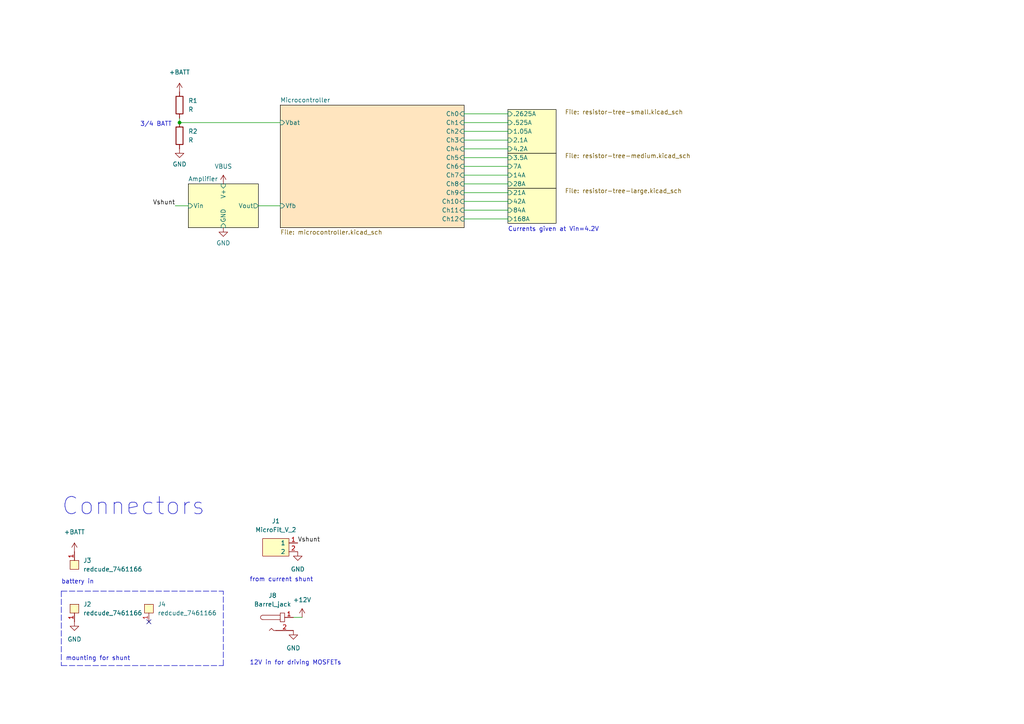
<source format=kicad_sch>
(kicad_sch (version 20211123) (generator eeschema)
  (paper "A4")
  (lib_symbols
    (symbol "Device:R" (pin_numbers hide) (pin_names (offset 0))
      (property "Reference" "R" (at 2.032 0 90))
      (property "Value" "R" (at 0 0 90))
      (symbol "R_0_1"
        (rectangle (start -1.016 -2.54) (end 1.016 2.54) (stroke (width 0.254)))
      )
      (symbol "R_1_1"
        (pin passive line (at 0 3.81 270) (length 1.27) (name "~") (number "1"))
        (pin passive line (at 0 -3.81 90) (length 1.27) (name "~") (number "2"))
      )
    )
    (symbol "formula:Barrel_jack" (pin_names (offset 0) hide)
      (property "Reference" "J" (at 0 0 0))
      (property "Value" "Barrel_jack" (at 0 0 0))
      (symbol "Barrel_jack_0_1"
        (arc (start -3.81 -4.445) (mid -4.445 -5.08) (end -3.81 -5.715))
        (polyline (pts (xy 1.27 -5.715) (xy -3.81 -5.715)))
        (polyline (pts (xy 1.27 -4.445) (xy -3.81 -4.445)))
        (polyline (pts (xy 0 -8.89) (xy -0.635 -8.89) (xy -1.27 -8.255) (xy -1.905 -8.89)))
        (rectangle (start 1.27 -3.81) (end 2.54 -6.35))
      )
      (symbol "Barrel_jack_1_1"
        (pin power_out line (at 5.08 -5.08 180) (length 2.54) (name "center") (number "1"))
        (pin power_out line (at 5.08 -8.89 180) (length 5.08) (name "Shell") (number "2"))
      )
    )
    (symbol "formula:MicroFit_V_2" (pin_names (offset 1.016))
      (property "Reference" "J" (at -2.54 1.27 0))
      (property "Value" "MicroFit_V_2" (at 0 -3.81 0))
      (symbol "MicroFit_V_2_1_1"
        (rectangle (start 3.81 -2.54) (end -3.81 2.54) (fill (type background)))
        (pin bidirectional line (at 6.35 1.27 180) (length 2.54) (name "1") (number "1"))
        (pin bidirectional line (at 6.35 -1.27 180) (length 2.54) (name "2") (number "2"))
      )
    )
    (symbol "formula:redcude_7461166" (pin_names (offset 1.016))
      (property "Reference" "J" (at 0 6.35 0))
      (property "Value" "redcude_7461166" (at 0 3.81 0))
      (symbol "redcude_7461166_0_1"
        (rectangle (start -1.27 1.27) (end 1.27 -1.27) (fill (type background)))
      )
      (symbol "redcude_7461166_1_1"
        (pin input line (at 3.81 0 180) (length 2.54) (name "~") (number "1"))
      )
    )
    (symbol "power:+12V" (power) (pin_names (offset 0))
      (property "Value" "+12V" (at 0 3.556 0))
      (symbol "+12V_0_1"
        (polyline (pts (xy -0.762 1.27) (xy 0 2.54)))
        (polyline (pts (xy 0 0) (xy 0 2.54)))
        (polyline (pts (xy 0 2.54) (xy 0.762 1.27)))
      )
      (symbol "+12V_1_1"
        (pin power_in line (at 0 0 90) (length 0) hide (name "+12V") (number "1"))
      )
    )
    (symbol "power:+BATT" (power) (pin_names (offset 0))
      (property "Value" "+BATT" (at 0 3.556 0))
      (symbol "+BATT_0_1"
        (polyline (pts (xy -0.762 1.27) (xy 0 2.54)))
        (polyline (pts (xy 0 0) (xy 0 2.54)))
        (polyline (pts (xy 0 2.54) (xy 0.762 1.27)))
      )
      (symbol "+BATT_1_1"
        (pin power_in line (at 0 0 90) (length 0) hide (name "+BATT") (number "1"))
      )
    )
    (symbol "power:GND" (power) (pin_names (offset 0))
      (property "Value" "GND" (at 0 -3.81 0))
      (symbol "GND_0_1"
        (polyline (pts (xy 0 0) (xy 0 -1.27) (xy 1.27 -1.27) (xy 0 -2.54) (xy -1.27 -1.27) (xy 0 -1.27)))
      )
      (symbol "GND_1_1"
        (pin power_in line (at 0 0 270) (length 0) hide (name "GND") (number "1"))
      )
    )
    (symbol "power:VBUS" (power) (pin_names (offset 0))
      (property "Value" "VBUS" (at 0 3.81 0))
      (symbol "VBUS_0_1"
        (polyline (pts (xy -0.762 1.27) (xy 0 2.54)))
        (polyline (pts (xy 0 0) (xy 0 2.54)))
        (polyline (pts (xy 0 2.54) (xy 0.762 1.27)))
      )
      (symbol "VBUS_1_1"
        (pin power_in line (at 0 0 90) (length 0) hide (name "VBUS") (number "1"))
      )
    )
  )
  (junction (at 52.07 35.56))
  (no_connect (at 43.18 180.34))
  (polyline (pts (xy 17.78 171.45) (xy 64.77 171.45)))
  (polyline (pts (xy 17.78 171.45) (xy 17.78 193.04)))
  (wire (pts (xy 134.62 58.42) (xy 147.32 58.42)))
  (wire (pts (xy 134.62 60.96) (xy 147.32 60.96)))
  (wire (pts (xy 52.07 35.56) (xy 81.28 35.56)))
  (wire (pts (xy 50.8 59.69) (xy 54.61 59.69)))
  (wire (pts (xy 52.07 34.29) (xy 52.07 35.56)))
  (wire (pts (xy 134.62 48.26) (xy 147.32 48.26)))
  (polyline (pts (xy 64.77 193.04) (xy 64.77 171.45)))
  (wire (pts (xy 134.62 50.8) (xy 147.32 50.8)))
  (wire (pts (xy 134.62 33.02) (xy 147.32 33.02)))
  (wire (pts (xy 134.62 55.88) (xy 147.32 55.88)))
  (wire (pts (xy 134.62 45.72) (xy 147.32 45.72)))
  (wire (pts (xy 134.62 53.34) (xy 147.32 53.34)))
  (wire (pts (xy 134.62 43.18) (xy 147.32 43.18)))
  (wire (pts (xy 134.62 35.56) (xy 147.32 35.56)))
  (wire (pts (xy 74.93 59.69) (xy 81.28 59.69)))
  (polyline (pts (xy 17.78 193.04) (xy 64.77 193.04)))
  (wire (pts (xy 134.62 40.64) (xy 147.32 40.64)))
  (wire (pts (xy 85.09 179.07) (xy 87.63 179.07)))
  (wire (pts (xy 134.62 63.5) (xy 147.32 63.5)))
  (wire (pts (xy 134.62 38.1) (xy 147.32 38.1)))
  (text "from current shunt" (at 72.39 168.91 0) (effects (font (size 1.27 1.27)) (justify left bottom)))
  (text "mounting for shunt" (at 19.05 191.77 0) (effects (font (size 1.27 1.27)) (justify left bottom)))
  (text "Currents given at Vin=4.2V" (at 147.32 67.31 0) (effects (font (size 1.27 1.27)) (justify left bottom)))
  (text "battery in" (at 17.78 169.545 0) (effects (font (size 1.27 1.27)) (justify left bottom)))
  (text "3/4 BATT" (at 40.64 36.83 0) (effects (font (size 1.27 1.27)) (justify left bottom)))
  (text "12V in for driving MOSFETs" (at 72.39 193.04 0) (effects (font (size 1.27 1.27)) (justify left bottom)))
  (text "Connectors" (at 17.78 149.86 0) (effects (font (size 5 5)) (justify left bottom)))
  (label "Vshunt" (at 86.36 157.48 0))
  (label "Vshunt" (at 50.8 59.69 180))
  (symbol (lib_id "power:VBUS") (at 64.77 53.34 0) (unit 1)
    (property "Reference" "#PWR0101" (effects hide))
    (property "Value" "VBUS" (at 64.77 48.26 0))
  )
  (symbol (lib_id "Device:R") (at 52.07 30.48 0) (unit 1)
    (property "Reference" "R1" (at 54.61 29.2099 0) (effects (justify left)))
    (property "Value" "R" (at 54.61 31.7499 0) (effects (justify left)))
    (property "Footprint" "Resistor_SMD:R_0805_2012Metric" (effects hide))
  )
  (symbol (lib_id "power:+BATT") (at 52.07 26.67 0) (unit 1)
    (property "Reference" "#PWR0103" (effects hide))
    (property "Value" "+BATT" (at 52.07 20.955 0))
  )
  (symbol (lib_id "formula:redcude_7461166") (at 21.59 163.83 90) (unit 1)
    (property "Reference" "J3" (at 24.13 162.5599 90) (effects (justify right)))
    (property "Value" "redcude_7461166" (at 24.13 165.0999 90) (effects (justify right)))
    (property "Footprint" "footprints:redcube_7461166" (effects hide))
    (property "Datasheet" "we-online.de/katalog/datasheet/7461166.pdf" (effects hide))
  )
  (symbol (lib_id "Device:R") (at 52.07 39.37 0) (unit 1)
    (property "Reference" "R2" (at 54.61 38.0999 0) (effects (justify left)))
    (property "Value" "R" (at 54.61 40.6399 0) (effects (justify left)))
    (property "Footprint" "Resistor_SMD:R_0805_2012Metric" (effects hide))
  )
  (symbol (lib_id "power:GND") (at 21.59 180.34 0) (unit 1)
    (property "Reference" "#PWR0109" (effects hide))
    (property "Value" "GND" (at 21.59 185.42 0))
  )
  (symbol (lib_id "formula:Barrel_jack") (at 80.01 173.99 0) (unit 1)
    (property "Reference" "J8" (at 79.0575 172.72 0))
    (property "Value" "Barrel_jack" (at 79.0575 175.26 0))
    (property "Footprint" "footprints:barrel_jack_PJ-037A" (effects hide))
    (property "Datasheet" "https://www.cui.com/product/resource/pj-037a.pdf" (effects hide))
    (property "MFN" "DK" (effects hide))
    (property "MPN" "CP-037A-ND" (effects hide))
    (property "PurchasingLink" "https://www.digikey.com/product-detail/en/cui-inc/PJ-037A/CP-037A-ND/1644545" (effects hide))
  )
  (symbol (lib_id "power:+BATT") (at 21.59 160.02 0) (unit 1)
    (property "Reference" "#PWR0105" (effects hide))
    (property "Value" "+BATT" (at 21.59 154.305 0))
  )
  (symbol (lib_id "power:GND") (at 86.36 160.02 0) (unit 1)
    (property "Reference" "#PWR0106" (effects hide))
    (property "Value" "GND" (at 86.36 165.1 0))
  )
  (symbol (lib_id "formula:redcude_7461166") (at 21.59 176.53 270) (unit 1)
    (property "Reference" "J2" (at 24.13 175.2599 90) (effects (justify left)))
    (property "Value" "redcude_7461166" (at 24.13 177.7999 90) (effects (justify left)))
    (property "Footprint" "footprints:redcube_7461166" (effects hide))
    (property "Datasheet" "we-online.de/katalog/datasheet/7461166.pdf" (effects hide))
  )
  (symbol (lib_id "formula:MicroFit_V_2") (at 80.01 158.75 0) (unit 1)
    (property "Reference" "J1" (at 80.01 151.13 0))
    (property "Value" "MicroFit_V_2" (at 80.01 153.67 0))
    (property "Footprint" "footprints:MicroFit_V_2" (effects hide))
    (property "Datasheet" "https://www.molex.com/pdm_docs/sd/430450225_sd.pdf" (effects hide))
    (property "DK" "MFN" (effects hide))
    (property "MPN" "WM10660-ND" (effects hide))
    (property "PurchasingLink" "https://www.digikey.com/product-detail/en/molex/0430450225/WM10660-ND/3310180" (effects hide))
  )
  (symbol (lib_id "power:+12V") (at 87.63 179.07 0) (unit 1)
    (property "Reference" "#PWR0107" (effects hide))
    (property "Value" "+12V" (at 87.63 173.99 0))
  )
  (symbol (lib_id "power:GND") (at 52.07 43.18 0) (unit 1)
    (property "Reference" "#PWR0102" (effects hide))
    (property "Value" "GND" (at 52.07 47.625 0))
  )
  (symbol (lib_id "power:GND") (at 85.09 182.88 0) (unit 1)
    (property "Reference" "#PWR0108" (effects hide))
    (property "Value" "GND" (at 85.09 187.96 0))
  )
  (symbol (lib_id "formula:redcude_7461166") (at 43.18 176.53 270) (unit 1)
    (property "Reference" "J4" (at 45.72 175.2599 90) (effects (justify left)))
    (property "Value" "redcude_7461166" (at 45.72 177.7999 90) (effects (justify left)))
    (property "Footprint" "footprints:redcube_7461166" (effects hide))
    (property "Datasheet" "we-online.de/katalog/datasheet/7461166.pdf" (effects hide))
  )
  (symbol (lib_id "power:GND") (at 64.77 66.04 0) (unit 1)
    (property "Reference" "#PWR0104" (effects hide))
    (property "Value" "GND" (at 64.77 70.485 0))
  )
  (sheet (at 147.32 31.75) (size 13.97 12.7) (stroke (width 0.1524) (color 0 0 0 1)) (fill (color 255 255 194 1.0000))
    (property "Sheet name" "Resistor Tree Small" (effects hide))
    (property "Sheet file" "resistor-tree-small.kicad_sch" (at 163.83 31.75 0) (effects (justify left top)))
    (pin "1.05A" input (at 147.32 38.1 180))
    (pin ".525A" input (at 147.32 35.56 180))
    (pin "4.2A" input (at 147.32 43.18 180))
    (pin "2.1A" input (at 147.32 40.64 180))
    (pin ".2625A" input (at 147.32 33.02 180))
  )
  (sheet (at 81.28 30.48) (size 53.34 35.56) (stroke (width 0.1524) (color 0 0 0 1)) (fill (color 255 229 191 1.0000))
    (property "Sheet name" "Microcontroller" (at 81.28 29.7684 0) (effects (justify left bottom)))
    (property "Sheet file" "microcontroller.kicad_sch" (at 81.28 66.6246 0) (effects (justify left top)))
    (pin "Vbat" input (at 81.28 35.56 180))
    (pin "Vfb" input (at 81.28 59.69 180))
    (pin "Ch3" input (at 134.62 40.64 0))
    (pin "Ch4" input (at 134.62 43.18 0))
    (pin "Ch5" input (at 134.62 45.72 0))
    (pin "Ch1" input (at 134.62 35.56 0))
    (pin "Ch2" input (at 134.62 38.1 0))
    (pin "Ch0" input (at 134.62 33.02 0))
    (pin "Ch11" input (at 134.62 60.96 0))
    (pin "Ch10" input (at 134.62 58.42 0))
    (pin "Ch12" input (at 134.62 63.5 0))
    (pin "Ch7" input (at 134.62 50.8 0))
    (pin "Ch8" input (at 134.62 53.34 0))
    (pin "Ch6" input (at 134.62 48.26 0))
    (pin "Ch9" input (at 134.62 55.88 0))
  )
  (sheet (at 54.61 53.34) (size 20.32 12.7) (stroke (width 0.1524) (color 0 0 0 1)) (fill (color 255 255 194 1.0000))
    (property "Sheet name" "Amplifier" (at 54.61 52.6284 0) (effects (justify left bottom)))
    (property "Sheet file" "amplifier.kicad_sch" (effects hide))
    (pin "GND" input (at 64.77 66.04 270))
    (pin "Vout" output (at 74.93 59.69 0))
    (pin "Vin" input (at 54.61 59.69 180))
    (pin "V+" input (at 64.77 53.34 90))
  )
  (sheet (at 147.32 44.45) (size 13.97 10.16) (stroke (width 0.1524) (color 0 0 0 1)) (fill (color 255 255 194 1.0000))
    (property "Sheet name" "Resistor Tree Medium" (effects hide))
    (property "Sheet file" "resistor-tree-medium.kicad_sch" (at 163.83 44.45 0) (effects (justify left top)))
    (pin "28A" input (at 147.32 53.34 180))
    (pin "3.5A" input (at 147.32 45.72 180))
    (pin "14A" input (at 147.32 50.8 180))
    (pin "7A" input (at 147.32 48.26 180))
  )
  (sheet (at 147.32 54.61) (size 13.97 10.16) (stroke (width 0.1524) (color 0 0 0 1)) (fill (color 255 255 194 1.0000))
    (property "Sheet name" "Resistor Tree Large" (effects hide))
    (property "Sheet file" "resistor-tree-large.kicad_sch" (at 163.83 54.61 0) (effects (justify left top)))
    (pin "21A" input (at 147.32 55.88 180))
    (pin "168A" input (at 147.32 63.5 180))
    (pin "42A" input (at 147.32 58.42 180))
    (pin "84A" input (at 147.32 60.96 180))
  )
)
</source>
